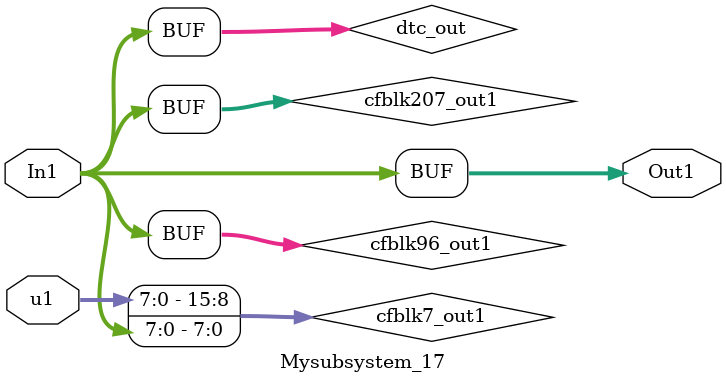
<source format=v>



`timescale 1 ns / 1 ns

module Mysubsystem_17
          (In1,
           u1,
           Out1);


  input   [7:0] In1;  // uint8
  input   [7:0] u1;  // uint8
  output  [7:0] Out1;  // uint8


  wire [15:0] cfblk7_out1;  // uint16
  wire [7:0] cfblk207_out1;  // uint8
  wire [7:0] dtc_out;  // ufix8
  wire [7:0] cfblk96_out1;  // uint8


  assign cfblk7_out1 = {u1, In1};



  assign cfblk207_out1 = cfblk7_out1[7:0];



  assign dtc_out = cfblk207_out1;



  assign cfblk96_out1 = dtc_out;



  assign Out1 = cfblk96_out1;

endmodule  // Mysubsystem_17


</source>
